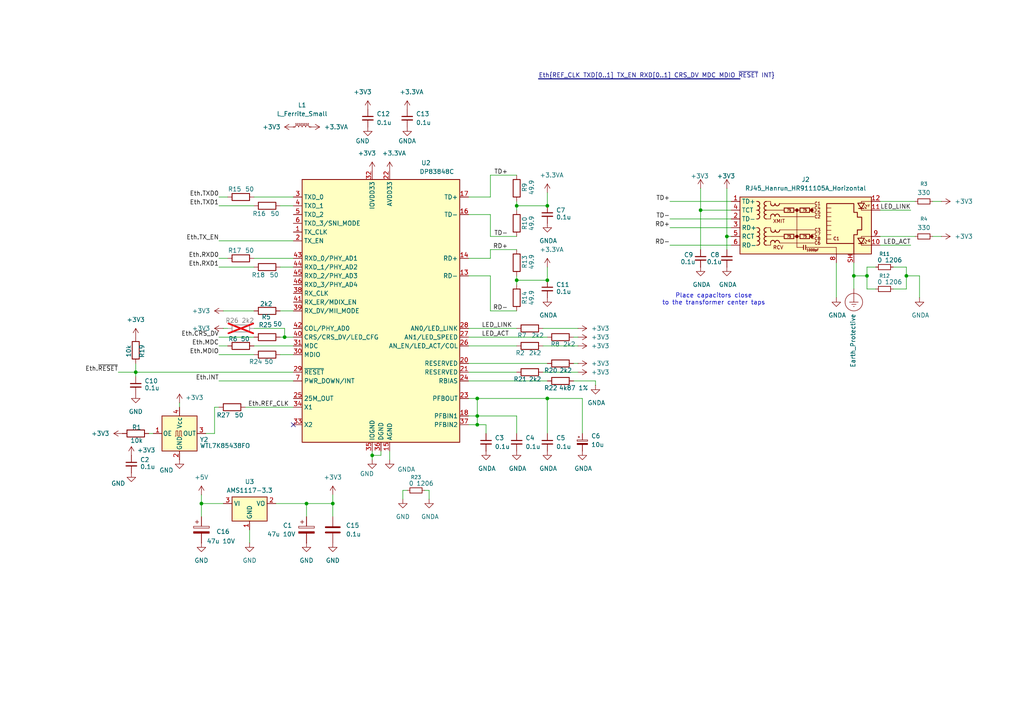
<source format=kicad_sch>
(kicad_sch (version 20250114) (generator "eeschema") (generator_version "9.0")
  (paper "A4")
  (lib_symbols
    (symbol "Connector:RJ45_Hanrun_HR911105A_Horizontal"
      (property "Reference" "J" (at 18.415 10.16 0))
      (property "Value" "RJ45_Hanrun_HR911105A_Horizontal" (at -19.05 10.16 0))
      (symbol "RJ45_Hanrun_HR911105A_Horizontal_0_0"
        (circle (center -1.27 5.08) (radius 0.0001) (stroke (width 0.508)))
        (polyline (pts (xy -1.27 5.08) (xy -1.27 -5.715)))
        (circle (center -1.27 -2.54) (radius 0.0001) (stroke (width 0.508)))
        (polyline (pts (xy 0.635 -5.08) (xy 0.635 -6.35)) (stroke (width 0.254)))
        (polyline (pts (xy 1.27 -5.08) (xy 1.27 -6.35)) (stroke (width 0.254)))
        (polyline (pts (xy 3.048 5.08) (xy 2.54 5.08)))
        (circle (center 3.048 5.08) (radius 0.0001) (stroke (width 0.508)))
        (polyline (pts (xy 3.048 -2.54) (xy 2.54 -2.54)))
        (circle (center 3.048 -2.54) (radius 0.0001) (stroke (width 0.508)))
        (polyline (pts (xy 3.683 5.715) (xy 3.048 5.715) (xy 3.048 4.445) (xy 3.683 4.445)))
        (polyline (pts (xy 3.683 -1.905) (xy 3.048 -1.905) (xy 3.048 -3.175) (xy 3.683 -3.175)))
        (polyline (pts (xy 17.399 7.112) (xy 17.399 7.62) (xy 20.32 7.62)))
        (polyline (pts (xy 17.399 -3.048) (xy 17.399 -2.54) (xy 20.32 -2.54)))
        (polyline (pts (xy 20.32 5.08) (xy 17.399 5.08) (xy 17.399 5.588)))
        (polyline (pts (xy 20.32 -5.08) (xy 17.399 -5.08) (xy 17.399 -4.572)))
        (text "XMIT" (at -8.255 1.905 0) (effects (font (size 1.016 1.016)) (justify left)))
        (text "RCV" (at -8.255 -5.715 0) (effects (font (size 1.016 1.016)) (justify left)))
        (text "C1" (at 4.699 6.985 0) (effects (font (size 0.889 0.889))))
        (text "C4" (at 4.699 5.715 0) (effects (font (size 0.889 0.889))))
        (text "C5" (at 4.699 4.445 0) (effects (font (size 0.889 0.889))))
        (text "C2" (at 4.699 3.175 0) (effects (font (size 0.889 0.889))))
        (text "C3" (at 4.699 -0.635 0) (effects (font (size 0.889 0.889))))
        (text "C7" (at 4.699 -1.905 0) (effects (font (size 0.889 0.889))))
        (text "C8" (at 4.699 -3.175 0) (effects (font (size 0.889 0.889))))
        (text "C6" (at 4.699 -4.445 0) (effects (font (size 0.889 0.889))))
        (text "C1" (at 10.16 -3.175 0) (effects (font (size 0.889 0.889))))
      )
      (symbol "RJ45_Hanrun_HR911105A_Horizontal_0_1"
        (rectangle (start -17.78 8.89) (end 20.32 -7.62) (stroke (width 0.254)) (fill (type background)))
        (polyline (pts (xy -12.7 7.62) (xy -13.081 7.62)))
        (polyline (pts (xy -12.7 5.08) (xy -13.081 5.08)))
        (polyline (pts (xy -12.7 2.54) (xy -13.081 2.54)))
        (polyline (pts (xy -12.7 0) (xy -13.081 0)))
        (polyline (pts (xy -12.7 -2.54) (xy -13.081 -2.54)))
        (polyline (pts (xy -12.7 -5.08) (xy -13.081 -5.08)))
        (polyline (pts (xy -10.16 7.62) (xy -8.89 7.62) (xy -8.89 6.985)))
        (polyline (pts (xy -10.16 0) (xy -8.89 0) (xy -8.89 -0.635)))
        (polyline (pts (xy -8.89 3.175) (xy -8.89 2.54) (xy -10.16 2.54)))
        (polyline (pts (xy -8.89 -4.445) (xy -8.89 -5.08) (xy -10.16 -5.08)))
        (polyline (pts (xy -6.35 6.985) (xy 3.683 6.985)))
        (polyline (pts (xy -6.35 3.175) (xy 3.683 3.175)))
        (polyline (pts (xy -6.35 -4.445) (xy 3.683 -4.445)))
        (polyline (pts (xy -6.223 -0.635) (xy 3.683 -0.635)))
        (polyline (pts (xy -5.08 -2.54) (xy -10.16 -2.54)))
        (polyline (pts (xy -4.953 5.08) (xy -10.16 5.08)))
        (polyline (pts (xy -2.159 5.08) (xy -0.381 5.08)))
        (polyline (pts (xy -2.159 -2.54) (xy -0.381 -2.54)))
        (polyline (pts (xy 0.635 -5.715) (xy -1.27 -5.715)))
        (polyline (pts (xy 7.366 3.175) (xy 8.636 3.175)))
        (polyline (pts (xy 7.366 1.905) (xy 8.636 1.905)))
        (polyline (pts (xy 7.366 0.635) (xy 8.636 0.635)))
        (polyline (pts (xy 7.366 -0.762) (xy 8.636 -0.762)))
        (polyline (pts (xy 7.366 -2.032) (xy 8.636 -2.032)))
        (polyline (pts (xy 8.636 5.715) (xy 7.366 5.715)))
        (polyline (pts (xy 8.636 4.445) (xy 7.366 4.445)))
        (polyline (pts (xy 8.636 -3.302) (xy 7.366 -3.302)))
        (polyline (pts (xy 10.16 -5.715) (xy 1.27 -5.715)))
        (polyline (pts (xy 10.16 -5.715) (xy 10.16 -7.62)))
      )
      (symbol "RJ45_Hanrun_HR911105A_Horizontal_1_0"
        (text "1000pF" (at 3.302 -6.477 0) (effects (font (size 0.635 0.635))))
      )
      (symbol "RJ45_Hanrun_HR911105A_Horizontal_1_1"
        (arc (start -12.7 0) (mid -12.0677 -0.635) (end -12.7 -1.27) (stroke (width 0.254)))
        (arc (start -12.6973 7.62) (mid -12.065 6.985) (end -12.6973 6.35) (stroke (width 0.254)))
        (arc (start -12.6973 -1.27) (mid -12.065 -1.905) (end -12.6973 -2.54) (stroke (width 0.254)))
        (arc (start -12.6973 -2.54) (mid -12.065 -3.175) (end -12.6973 -3.81) (stroke (width 0.254)))
        (arc (start -12.6973 -3.81) (mid -12.065 -4.445) (end -12.6973 -5.08) (stroke (width 0.254)))
        (arc (start -12.6946 6.35) (mid -12.0623 5.715) (end -12.6946 5.08) (stroke (width 0.254)))
        (arc (start -12.6946 5.08) (mid -12.0623 4.445) (end -12.6946 3.81) (stroke (width 0.254)))
        (arc (start -12.6946 3.81) (mid -12.0623 3.175) (end -12.6946 2.54) (stroke (width 0.254)))
        (arc (start -10.1654 6.35) (mid -10.7977 6.985) (end -10.1654 7.62) (stroke (width 0.254)))
        (arc (start -10.1654 5.08) (mid -10.7977 5.715) (end -10.1654 6.35) (stroke (width 0.254)))
        (arc (start -10.1654 3.81) (mid -10.7977 4.445) (end -10.1654 5.08) (stroke (width 0.254)))
        (arc (start -10.1654 -1.27) (mid -10.7977 -0.635) (end -10.1654 0) (stroke (width 0.254)))
        (arc (start -10.1654 -2.54) (mid -10.7977 -1.905) (end -10.1654 -1.27) (stroke (width 0.254)))
        (arc (start -10.1654 -3.81) (mid -10.7977 -3.175) (end -10.1654 -2.54) (stroke (width 0.254)))
        (arc (start -10.1627 2.54) (mid -10.795 3.175) (end -10.1627 3.81) (stroke (width 0.254)))
        (arc (start -10.1627 -5.08) (mid -10.795 -4.445) (end -10.1627 -3.81) (stroke (width 0.254)))
        (arc (start -7.62 6.9823) (mid -8.255 6.35) (end -8.89 6.9823) (stroke (width 0.254)))
        (arc (start -8.89 3.3047) (mid -8.255 3.937) (end -7.62 3.3047) (stroke (width 0.254)))
        (arc (start -8.89 -4.3153) (mid -8.255 -3.683) (end -7.62 -4.3153) (stroke (width 0.254)))
        (arc (start -7.5565 -0.7012) (mid -8.1915 -1.3335) (end -8.8265 -0.7012) (stroke (width 0.254)))
        (arc (start -6.35 6.985) (mid -6.985 6.3527) (end -7.62 6.985) (stroke (width 0.254)))
        (arc (start -7.62 3.3074) (mid -6.985 3.9397) (end -6.35 3.3074) (stroke (width 0.254)))
        (arc (start -7.62 -4.3126) (mid -6.985 -3.6803) (end -6.35 -4.3126) (stroke (width 0.254)))
        (arc (start -6.2865 -0.6985) (mid -6.9215 -1.3308) (end -7.5565 -0.6985) (stroke (width 0.254)))
        (rectangle (start -4.953 5.715) (end -2.159 4.445) (stroke (width 0.254)))
        (rectangle (start -4.953 -1.905) (end -2.159 -3.175) (stroke (width 0.254)))
        (rectangle (start -0.381 5.715) (end 2.413 4.445) (stroke (width 0.254)))
        (rectangle (start -0.381 -1.905) (end 2.413 -3.175) (stroke (width 0.254)))
        (polyline (pts (xy 7.366 -4.572) (xy 7.366 6.985) (xy 15.24 6.985) (xy 15.24 4.445) (xy 16.256 4.445) (xy 16.256 3.048) (xy 17.526 3.048) (xy 17.526 -0.635) (xy 16.256 -0.635) (xy 16.256 -2.032) (xy 15.24 -2.032) (xy 15.24 -4.572) (xy 7.366 -4.572)) (stroke (width 0.254)))
        (polyline (pts (xy 15.24 -7.62) (xy 15.24 -4.572)) (stroke (width 0.254)))
        (polyline (pts (xy 18.161 5.588) (xy 16.637 5.588)) (stroke (width 0.254)))
        (polyline (pts (xy 18.161 -4.572) (xy 16.637 -4.572)) (stroke (width 0.254)))
        (polyline (pts (xy 18.288 7.112) (xy 16.383 7.112) (xy 17.399 5.588) (xy 18.288 7.112)) (stroke (width 0.254)))
        (polyline (pts (xy 18.288 6.096) (xy 18.796 5.588) (xy 18.542 5.588)))
        (polyline (pts (xy 18.288 -3.048) (xy 16.383 -3.048) (xy 17.399 -4.572) (xy 18.288 -3.048)) (stroke (width 0.254)))
        (polyline (pts (xy 18.288 -4.064) (xy 18.796 -4.572) (xy 18.542 -4.572)))
        (polyline (pts (xy 18.542 6.731) (xy 19.05 6.223) (xy 18.796 6.223)))
        (polyline (pts (xy 18.542 -3.429) (xy 19.05 -3.937) (xy 18.796 -3.937)))
        (polyline (pts (xy 18.796 5.588) (xy 18.796 5.842)))
        (polyline (pts (xy 18.796 -4.572) (xy 18.796 -4.318)))
        (polyline (pts (xy 19.05 6.223) (xy 19.05 6.477)))
        (polyline (pts (xy 19.05 -3.937) (xy 19.05 -3.683)))
        (text "75" (at -3.556 5.08 0) (effects (font (size 0.635 0.635))))
        (text "75" (at -3.556 -2.54 0) (effects (font (size 0.635 0.635))))
        (text "75" (at 1.016 5.08 0) (effects (font (size 0.635 0.635))))
        (text "75" (at 1.016 -2.54 0) (effects (font (size 0.635 0.635))))
        (text "Y" (at 19.558 6.35 0) (effects (font (size 0.635 0.635))))
        (text "G" (at 19.685 -3.81 0) (effects (font (size 0.635 0.635))))
        (pin passive line (at -20.32 7.62 0) (length 2.54) (name "TD+") (number "1"))
        (pin passive line (at -20.32 5.08 0) (length 2.54) (name "TCT") (number "4"))
        (pin passive line (at -20.32 2.54 0) (length 2.54) (name "TD-") (number "2"))
        (pin passive line (at -20.32 0 0) (length 2.54) (name "RD+") (number "3"))
        (pin passive line (at -20.32 -2.54 0) (length 2.54) (name "RCT") (number "5"))
        (pin passive line (at -20.32 -5.08 0) (length 2.54) (name "RD-") (number "6"))
        (pin power_in line (at 10.16 -10.16 90) (length 2.54) (name "") (number "8"))
        (pin passive line (at 15.24 -10.16 90) (length 2.54) (name "") (number "SH"))
        (pin no_connect line (at 20.32 0 0) (length 0) (hide yes) (name "NC") (number "7"))
        (pin passive line (at 22.86 7.62 180) (length 2.54) (name "") (number "12"))
        (pin passive line (at 22.86 5.08 180) (length 2.54) (name "") (number "11"))
        (pin passive line (at 22.86 -2.54 180) (length 2.54) (name "") (number "9"))
        (pin passive line (at 22.86 -5.08 180) (length 2.54) (name "") (number "10"))
      )
    )
    (symbol "Device:C" (pin_numbers (hide yes)) (pin_names (offset 0.254))
      (property "Reference" "C" (at 0.635 2.54 0))
      (property "Value" "C" (at 0.635 -2.54 0))
      (symbol "C_0_1"
        (polyline (pts (xy -2.032 0.762) (xy 2.032 0.762)) (stroke (width 0.508)))
        (polyline (pts (xy -2.032 -0.762) (xy 2.032 -0.762)) (stroke (width 0.508)))
      )
      (symbol "C_1_1"
        (pin passive line (at 0 3.81 270) (length 2.794) (name "~") (number "1"))
        (pin passive line (at 0 -3.81 90) (length 2.794) (name "~") (number "2"))
      )
    )
    (symbol "Device:C_Polarized" (pin_numbers (hide yes)) (pin_names (offset 0.254))
      (property "Reference" "C" (at 0.635 2.54 0))
      (property "Value" "C_Polarized" (at 0.635 -2.54 0))
      (symbol "C_Polarized_0_1"
        (rectangle (start -2.286 0.508) (end 2.286 1.016))
        (polyline (pts (xy -1.778 2.286) (xy -0.762 2.286)))
        (polyline (pts (xy -1.27 2.794) (xy -1.27 1.778)))
        (rectangle (start 2.286 -0.508) (end -2.286 -1.016) (fill (type outline)))
      )
      (symbol "C_Polarized_1_1"
        (pin passive line (at 0 3.81 270) (length 2.794) (name "~") (number "1"))
        (pin passive line (at 0 -3.81 90) (length 2.794) (name "~") (number "2"))
      )
    )
    (symbol "Device:C_Polarized_Small" (pin_numbers (hide yes)) (pin_names (offset 0.254) (hide yes))
      (property "Reference" "C" (at 0.254 1.778 0))
      (property "Value" "C_Polarized_Small" (at 0.254 -2.032 0))
      (symbol "C_Polarized_Small_0_1"
        (rectangle (start -1.524 0.6858) (end 1.524 0.3048))
        (rectangle (start -1.524 -0.3048) (end 1.524 -0.6858) (fill (type outline)))
        (polyline (pts (xy -1.27 1.524) (xy -0.762 1.524)))
        (polyline (pts (xy -1.016 1.27) (xy -1.016 1.778)))
      )
      (symbol "C_Polarized_Small_1_1"
        (pin passive line (at 0 2.54 270) (length 1.8542) (name "~") (number "1"))
        (pin passive line (at 0 -2.54 90) (length 1.8542) (name "~") (number "2"))
      )
    )
    (symbol "Device:C_Small" (pin_numbers (hide yes)) (pin_names (offset 0.254) (hide yes))
      (property "Reference" "C" (at 0.254 1.778 0))
      (property "Value" "C_Small" (at 0.254 -2.032 0))
      (symbol "C_Small_0_1"
        (polyline (pts (xy -1.524 0.508) (xy 1.524 0.508)) (stroke (width 0.3048)))
        (polyline (pts (xy -1.524 -0.508) (xy 1.524 -0.508)) (stroke (width 0.3302)))
      )
      (symbol "C_Small_1_1"
        (pin passive line (at 0 2.54 270) (length 2.032) (name "~") (number "1"))
        (pin passive line (at 0 -2.54 90) (length 2.032) (name "~") (number "2"))
      )
    )
    (symbol "Device:L_Ferrite_Small" (pin_numbers (hide yes)) (pin_names (offset 0.254) (hide yes))
      (property "Reference" "L" (at 1.27 1.016 0))
      (property "Value" "L_Ferrite_Small" (at 1.27 -1.27 0))
      (symbol "L_Ferrite_Small_0_1"
        (arc (start 0 2.032) (mid 0.5058 1.524) (end 0 1.016))
        (arc (start 0 1.016) (mid 0.5058 0.508) (end 0 0))
        (arc (start 0 0) (mid 0.5058 -0.508) (end 0 -1.016))
        (arc (start 0 -1.016) (mid 0.5058 -1.524) (end 0 -2.032))
        (polyline (pts (xy 0.762 1.651) (xy 0.762 1.905)))
        (polyline (pts (xy 0.762 1.143) (xy 0.762 1.397)))
        (polyline (pts (xy 0.762 0.635) (xy 0.762 0.889)))
        (polyline (pts (xy 0.762 0.127) (xy 0.762 0.381)))
        (polyline (pts (xy 0.762 -0.381) (xy 0.762 -0.127)))
        (polyline (pts (xy 0.762 -0.889) (xy 0.762 -0.635)))
        (polyline (pts (xy 0.762 -1.397) (xy 0.762 -1.143)))
        (polyline (pts (xy 0.762 -1.905) (xy 0.762 -1.651)))
        (polyline (pts (xy 1.016 1.905) (xy 1.016 1.651)))
        (polyline (pts (xy 1.016 1.397) (xy 1.016 1.143)))
        (polyline (pts (xy 1.016 0.889) (xy 1.016 0.635)))
        (polyline (pts (xy 1.016 0.381) (xy 1.016 0.127)))
        (polyline (pts (xy 1.016 -0.127) (xy 1.016 -0.381)))
        (polyline (pts (xy 1.016 -0.635) (xy 1.016 -0.889)))
        (polyline (pts (xy 1.016 -1.143) (xy 1.016 -1.397)))
        (polyline (pts (xy 1.016 -1.651) (xy 1.016 -1.905)))
      )
      (symbol "L_Ferrite_Small_1_1"
        (pin passive line (at 0 2.54 270) (length 0.508) (name "~") (number "1"))
        (pin passive line (at 0 -2.54 90) (length 0.508) (name "~") (number "2"))
      )
    )
    (symbol "Device:R" (pin_numbers (hide yes)) (pin_names (offset 0))
      (property "Reference" "R" (at 2.032 0 90))
      (property "Value" "R" (at 0 0 90))
      (symbol "R_0_1"
        (rectangle (start -1.016 -2.54) (end 1.016 2.54) (stroke (width 0.254)))
      )
      (symbol "R_1_1"
        (pin passive line (at 0 3.81 270) (length 1.27) (name "~") (number "1"))
        (pin passive line (at 0 -3.81 90) (length 1.27) (name "~") (number "2"))
      )
    )
    (symbol "Device:R_Small" (pin_numbers (hide yes)) (pin_names (offset 0.254) (hide yes))
      (property "Reference" "R" (at 0 0 90))
      (property "Value" "R_Small" (at 1.778 0 90))
      (symbol "R_Small_0_1"
        (rectangle (start -0.762 1.778) (end 0.762 -1.778) (stroke (width 0.2032)))
      )
      (symbol "R_Small_1_1"
        (pin passive line (at 0 2.54 270) (length 0.762) (name "~") (number "1"))
        (pin passive line (at 0 -2.54 90) (length 0.762) (name "~") (number "2"))
      )
    )
    (symbol "Interface_Ethernet:DP83848C"
      (property "Reference" "U" (at -21.59 39.37 0))
      (property "Value" "DP83848C" (at 12.7 39.37 0))
      (symbol "DP83848C_0_1"
        (rectangle (start -22.86 38.1) (end 22.86 -38.1) (stroke (width 0.254)) (fill (type background)))
      )
      (symbol "DP83848C_1_1"
        (pin input line (at -25.4 33.02 0) (length 2.54) (name "TXD_0") (number "3"))
        (pin input line (at -25.4 30.48 0) (length 2.54) (name "TXD_1") (number "4"))
        (pin input line (at -25.4 27.94 0) (length 2.54) (name "TXD_2") (number "5"))
        (pin input line (at -25.4 25.4 0) (length 2.54) (name "TXD_3/SNI_MODE") (number "6"))
        (pin output line (at -25.4 22.86 0) (length 2.54) (name "TX_CLK") (number "1"))
        (pin input line (at -25.4 20.32 0) (length 2.54) (name "TX_EN") (number "2"))
        (pin output line (at -25.4 15.24 0) (length 2.54) (name "RXD_0/PHY_AD1") (number "43"))
        (pin output line (at -25.4 12.7 0) (length 2.54) (name "RXD_1/PHY_AD2") (number "44"))
        (pin output line (at -25.4 10.16 0) (length 2.54) (name "RXD_2/PHY_AD3") (number "45"))
        (pin output line (at -25.4 7.62 0) (length 2.54) (name "RXD_3/PHY_AD4") (number "46"))
        (pin output line (at -25.4 5.08 0) (length 2.54) (name "RX_CLK") (number "38"))
        (pin output line (at -25.4 2.54 0) (length 2.54) (name "RX_ER/MDIX_EN") (number "41"))
        (pin output line (at -25.4 0 0) (length 2.54) (name "RX_DV/MII_MODE") (number "39"))
        (pin output line (at -25.4 -5.08 0) (length 2.54) (name "COL/PHY_AD0") (number "42"))
        (pin output line (at -25.4 -7.62 0) (length 2.54) (name "CRS/CRS_DV/LED_CFG") (number "40"))
        (pin input line (at -25.4 -10.16 0) (length 2.54) (name "MDC") (number "31"))
        (pin bidirectional line (at -25.4 -12.7 0) (length 2.54) (name "MDIO") (number "30"))
        (pin input line (at -25.4 -17.78 0) (length 2.54) (name "~{RESET}") (number "29"))
        (pin input line (at -25.4 -20.32 0) (length 2.54) (name "PWR_DOWN/INT") (number "7"))
        (pin output line (at -25.4 -25.4 0) (length 2.54) (name "25M_OUT") (number "25"))
        (pin input line (at -25.4 -27.94 0) (length 2.54) (name "X1") (number "34"))
        (pin output line (at -25.4 -33.02 0) (length 2.54) (name "X2") (number "33"))
        (pin power_in line (at -2.54 40.64 270) (length 2.54) (name "IOVDD33") (number "32"))
        (pin passive line (at -2.54 40.64 270) (length 2.54) (hide yes) (name "IOVDD33") (number "48"))
        (pin power_in line (at -2.54 -40.64 90) (length 2.54) (name "IOGND") (number "35"))
        (pin passive line (at -2.54 -40.64 90) (length 2.54) (hide yes) (name "IOGND") (number "47"))
        (pin power_in line (at 0 -40.64 90) (length 2.54) (name "DGND") (number "36"))
        (pin power_in line (at 2.54 40.64 270) (length 2.54) (name "AVDD33") (number "22"))
        (pin power_in line (at 2.54 -40.64 90) (length 2.54) (name "AGND") (number "15"))
        (pin passive line (at 2.54 -40.64 90) (length 2.54) (hide yes) (name "AGND") (number "19"))
        (pin passive line (at 25.4 33.02 180) (length 2.54) (name "TD+") (number "17"))
        (pin passive line (at 25.4 27.94 180) (length 2.54) (name "TD-") (number "16"))
        (pin passive line (at 25.4 15.24 180) (length 2.54) (name "RD+") (number "14"))
        (pin passive line (at 25.4 10.16 180) (length 2.54) (name "RD-") (number "13"))
        (pin output line (at 25.4 -5.08 180) (length 2.54) (name "AN0/LED_LINK") (number "28"))
        (pin output line (at 25.4 -7.62 180) (length 2.54) (name "AN1/LED_SPEED") (number "27"))
        (pin output line (at 25.4 -10.16 180) (length 2.54) (name "AN_EN/LED_ACT/COL") (number "26"))
        (pin passive line (at 25.4 -15.24 180) (length 2.54) (name "RESERVED") (number "20"))
        (pin passive line (at 25.4 -17.78 180) (length 2.54) (name "RESERVED") (number "21"))
        (pin passive line (at 25.4 -20.32 180) (length 2.54) (name "RBIAS") (number "24"))
        (pin passive line (at 25.4 -25.4 180) (length 2.54) (name "PFBOUT") (number "23"))
        (pin passive line (at 25.4 -30.48 180) (length 2.54) (name "PFBIN1") (number "18"))
        (pin passive line (at 25.4 -33.02 180) (length 2.54) (name "PFBIN2") (number "37"))
      )
    )
    (symbol "Oscillator:SG-7050CCN" (pin_names (offset 0.254))
      (property "Reference" "Y" (at -5.08 6.35 0))
      (property "Value" "SG-7050CCN" (at 1.27 -6.35 0))
      (symbol "SG-7050CCN_0_1"
        (rectangle (start -5.08 5.08) (end 5.08 -5.08) (stroke (width 0.254)) (fill (type background)))
        (polyline (pts (xy -1.27 -0.762) (xy -1.016 -0.762) (xy -1.016 0.762) (xy -0.508 0.762) (xy -0.508 -0.762) (xy 0 -0.762) (xy 0 0.762) (xy 0.508 0.762) (xy 0.508 -0.762) (xy 0.762 -0.762)))
      )
      (symbol "SG-7050CCN_1_1"
        (pin input line (at -7.62 0 0) (length 2.54) (name "OE") (number "1"))
        (pin power_in line (at 0 7.62 270) (length 2.54) (name "Vcc") (number "4"))
        (pin power_in line (at 0 -7.62 90) (length 2.54) (name "GND") (number "2"))
        (pin output line (at 7.62 0 180) (length 2.54) (name "OUT") (number "3"))
      )
    )
    (symbol "Regulator_Linear:AMS1117-3.3"
      (property "Reference" "U" (at -3.81 3.175 0))
      (property "Value" "AMS1117-3.3" (at 0 3.175 0))
      (symbol "AMS1117-3.3_0_1"
        (rectangle (start -5.08 -5.08) (end 5.08 1.905) (stroke (width 0.254)) (fill (type background)))
      )
      (symbol "AMS1117-3.3_1_1"
        (pin power_in line (at -7.62 0 0) (length 2.54) (name "VI") (number "3"))
        (pin power_in line (at 0 -7.62 90) (length 2.54) (name "GND") (number "1"))
        (pin power_out line (at 7.62 0 180) (length 2.54) (name "VO") (number "2"))
      )
    )
    (symbol "power:+3.3VA" (power) (pin_numbers (hide yes)) (pin_names (offset 0) (hide yes))
      (property "Value" "+3.3VA" (at 0 3.556 0))
      (symbol "+3.3VA_0_1"
        (polyline (pts (xy -0.762 1.27) (xy 0 2.54)))
        (polyline (pts (xy 0 2.54) (xy 0.762 1.27)))
        (polyline (pts (xy 0 0) (xy 0 2.54)))
      )
      (symbol "+3.3VA_1_1"
        (pin power_in line (at 0 0 90) (length 0) (name "~") (number "1"))
      )
    )
    (symbol "power:+3V3" (power) (pin_numbers (hide yes)) (pin_names (offset 0) (hide yes))
      (property "Value" "+3V3" (at 0 3.556 0))
      (symbol "+3V3_0_1"
        (polyline (pts (xy -0.762 1.27) (xy 0 2.54)))
        (polyline (pts (xy 0 2.54) (xy 0.762 1.27)))
        (polyline (pts (xy 0 0) (xy 0 2.54)))
      )
      (symbol "+3V3_1_1"
        (pin power_in line (at 0 0 90) (length 0) (name "~") (number "1"))
      )
    )
    (symbol "power:+5V" (power) (pin_numbers (hide yes)) (pin_names (offset 0) (hide yes))
      (property "Value" "+5V" (at 0 3.556 0))
      (symbol "+5V_0_1"
        (polyline (pts (xy -0.762 1.27) (xy 0 2.54)))
        (polyline (pts (xy 0 2.54) (xy 0.762 1.27)))
        (polyline (pts (xy 0 0) (xy 0 2.54)))
      )
      (symbol "+5V_1_1"
        (pin power_in line (at 0 0 90) (length 0) (name "~") (number "1"))
      )
    )
    (symbol "power:Earth_Protective" (power) (pin_numbers (hide yes)) (pin_names (offset 0) (hide yes))
      (property "Value" "Earth_Protective" (at 0 -7.62 0))
      (symbol "Earth_Protective_0_1"
        (polyline (pts (xy -0.635 -4.445) (xy 0.635 -4.445)))
        (polyline (pts (xy -0.127 -5.08) (xy 0.127 -5.08)))
        (polyline (pts (xy 0 -3.81) (xy 0 0)))
        (circle (center 0 -3.81) (radius 2.54))
        (polyline (pts (xy 1.27 -3.81) (xy -1.27 -3.81)))
      )
      (symbol "Earth_Protective_1_1"
        (pin power_in line (at 0 0 270) (length 0) (name "~") (number "1"))
      )
    )
    (symbol "power:GND" (power) (pin_numbers (hide yes)) (pin_names (offset 0) (hide yes))
      (property "Value" "GND" (at 0 -3.81 0))
      (symbol "GND_0_1"
        (polyline (pts (xy 0 0) (xy 0 -1.27) (xy 1.27 -1.27) (xy 0 -2.54) (xy -1.27 -1.27) (xy 0 -1.27)))
      )
      (symbol "GND_1_1"
        (pin power_in line (at 0 0 270) (length 0) (name "~") (number "1"))
      )
    )
    (symbol "power:GNDA" (power) (pin_numbers (hide yes)) (pin_names (offset 0) (hide yes))
      (property "Value" "GNDA" (at 0 -3.81 0))
      (symbol "GNDA_0_1"
        (polyline (pts (xy 0 0) (xy 0 -1.27) (xy 1.27 -1.27) (xy 0 -2.54) (xy -1.27 -1.27) (xy 0 -1.27)))
      )
      (symbol "GNDA_1_1"
        (pin power_in line (at 0 0 270) (length 0) (name "~") (number "1"))
      )
    )
  )
  (text "Place capacitors close\nto the transformer center taps" (at 207.01 86.868 0) (effects (font (size 1.27 1.27))))
  (junction (at 262.89 80.01))
  (junction (at 158.75 81.28))
  (junction (at 138.43 120.65))
  (junction (at 158.75 59.69))
  (junction (at 96.52 146.05))
  (junction (at 149.86 59.69))
  (junction (at 247.65 80.01))
  (junction (at 138.43 115.57))
  (junction (at 82.55 97.79))
  (junction (at 107.95 132.08))
  (junction (at 88.9 146.05))
  (junction (at 158.75 115.57))
  (junction (at 203.2 60.96))
  (junction (at 39.37 107.95))
  (junction (at 149.86 81.28))
  (junction (at 58.42 146.05))
  (junction (at 138.43 123.19))
  (junction (at 251.46 80.01))
  (junction (at 210.82 68.58))
  (no_connect (at 85.09 123.19))
  (wire (pts (xy 63.5 59.69) (xy 73.66 59.69)))
  (bus (pts (xy 156.21 22.86) (xy 214.63 22.86)))
  (wire (pts (xy 157.48 107.95) (xy 167.64 107.95)))
  (wire (pts (xy 63.5 77.47) (xy 73.66 77.47)))
  (wire (pts (xy 71.12 118.11) (xy 85.09 118.11)))
  (wire (pts (xy 194.31 66.04) (xy 212.09 66.04)))
  (wire (pts (xy 116.84 142.24) (xy 118.11 142.24)))
  (wire (pts (xy 270.51 68.58) (xy 273.05 68.58)))
  (wire (pts (xy 167.64 100.33) (xy 157.48 100.33)))
  (wire (pts (xy 266.7 80.01) (xy 266.7 86.36)))
  (wire (pts (xy 88.9 146.05) (xy 96.52 146.05)))
  (wire (pts (xy 73.66 90.17) (xy 64.77 90.17)))
  (wire (pts (xy 251.46 83.82) (xy 251.46 80.01)))
  (wire (pts (xy 194.31 71.12) (xy 212.09 71.12)))
  (wire (pts (xy 142.24 90.17) (xy 149.86 90.17)))
  (wire (pts (xy 73.66 57.15) (xy 85.09 57.15)))
  (wire (pts (xy 138.43 115.57) (xy 138.43 120.65)))
  (wire (pts (xy 166.37 110.49) (xy 172.72 110.49)))
  (wire (pts (xy 262.89 80.01) (xy 266.7 80.01)))
  (wire (pts (xy 259.08 83.82) (xy 262.89 83.82)))
  (wire (pts (xy 135.89 95.25) (xy 149.86 95.25)))
  (wire (pts (xy 63.5 97.79) (xy 73.66 97.79)))
  (wire (pts (xy 135.89 107.95) (xy 149.86 107.95)))
  (wire (pts (xy 149.86 120.65) (xy 138.43 120.65)))
  (wire (pts (xy 138.43 120.65) (xy 138.43 123.19)))
  (wire (pts (xy 247.65 76.2) (xy 247.65 80.01)))
  (wire (pts (xy 113.03 133.35) (xy 113.03 130.81)))
  (wire (pts (xy 96.52 143.51) (xy 96.52 146.05)))
  (wire (pts (xy 168.91 125.73) (xy 168.91 115.57)))
  (wire (pts (xy 167.64 97.79) (xy 166.37 97.79)))
  (wire (pts (xy 203.2 54.61) (xy 203.2 60.96)))
  (wire (pts (xy 80.01 146.05) (xy 88.9 146.05)))
  (wire (pts (xy 149.86 80.01) (xy 149.86 81.28)))
  (wire (pts (xy 58.42 146.05) (xy 64.77 146.05)))
  (wire (pts (xy 72.39 153.67) (xy 72.39 157.48)))
  (wire (pts (xy 158.75 77.47) (xy 158.75 81.28)))
  (wire (pts (xy 172.72 110.49) (xy 172.72 111.76)))
  (wire (pts (xy 210.82 54.61) (xy 210.82 68.58)))
  (wire (pts (xy 166.37 105.41) (xy 167.64 105.41)))
  (wire (pts (xy 88.9 149.86) (xy 88.9 146.05)))
  (wire (pts (xy 107.95 132.08) (xy 110.49 132.08)))
  (wire (pts (xy 81.28 77.47) (xy 85.09 77.47)))
  (wire (pts (xy 135.89 97.79) (xy 158.75 97.79)))
  (wire (pts (xy 34.29 107.95) (xy 39.37 107.95)))
  (wire (pts (xy 39.37 107.95) (xy 85.09 107.95)))
  (wire (pts (xy 96.52 146.05) (xy 96.52 149.86)))
  (wire (pts (xy 270.51 58.42) (xy 273.05 58.42)))
  (wire (pts (xy 62.23 118.11) (xy 62.23 125.73)))
  (wire (pts (xy 142.24 68.58) (xy 149.86 68.58)))
  (wire (pts (xy 247.65 80.01) (xy 251.46 80.01)))
  (wire (pts (xy 262.89 77.47) (xy 262.89 80.01)))
  (wire (pts (xy 135.89 105.41) (xy 158.75 105.41)))
  (wire (pts (xy 254 83.82) (xy 251.46 83.82)))
  (wire (pts (xy 58.42 146.05) (xy 58.42 149.86)))
  (wire (pts (xy 63.5 69.85) (xy 85.09 69.85)))
  (wire (pts (xy 140.97 125.73) (xy 140.97 123.19)))
  (wire (pts (xy 124.46 144.78) (xy 124.46 142.24)))
  (wire (pts (xy 255.27 68.58) (xy 265.43 68.58)))
  (wire (pts (xy 52.07 118.11) (xy 52.07 116.84)))
  (wire (pts (xy 251.46 77.47) (xy 254 77.47)))
  (wire (pts (xy 264.16 60.96) (xy 255.27 60.96)))
  (wire (pts (xy 82.55 97.79) (xy 85.09 97.79)))
  (wire (pts (xy 39.37 105.41) (xy 39.37 107.95)))
  (wire (pts (xy 135.89 100.33) (xy 149.86 100.33)))
  (wire (pts (xy 158.75 81.28) (xy 149.86 81.28)))
  (wire (pts (xy 212.09 60.96) (xy 203.2 60.96)))
  (wire (pts (xy 142.24 57.15) (xy 135.89 57.15)))
  (wire (pts (xy 59.69 125.73) (xy 62.23 125.73)))
  (wire (pts (xy 167.64 95.25) (xy 157.48 95.25)))
  (wire (pts (xy 135.89 120.65) (xy 138.43 120.65)))
  (wire (pts (xy 158.75 115.57) (xy 168.91 115.57)))
  (wire (pts (xy 107.95 132.08) (xy 107.95 130.81)))
  (wire (pts (xy 149.86 58.42) (xy 149.86 59.69)))
  (wire (pts (xy 81.28 97.79) (xy 82.55 97.79)))
  (wire (pts (xy 203.2 60.96) (xy 203.2 72.39)))
  (wire (pts (xy 81.28 90.17) (xy 85.09 90.17)))
  (wire (pts (xy 142.24 80.01) (xy 135.89 80.01)))
  (wire (pts (xy 63.5 100.33) (xy 66.04 100.33)))
  (wire (pts (xy 158.75 125.73) (xy 158.75 115.57)))
  (wire (pts (xy 262.89 83.82) (xy 262.89 80.01)))
  (wire (pts (xy 158.75 115.57) (xy 138.43 115.57)))
  (wire (pts (xy 142.24 72.39) (xy 149.86 72.39)))
  (wire (pts (xy 142.24 72.39) (xy 142.24 74.93)))
  (wire (pts (xy 39.37 109.22) (xy 39.37 107.95)))
  (wire (pts (xy 210.82 72.39) (xy 210.82 68.58)))
  (wire (pts (xy 63.5 57.15) (xy 66.04 57.15)))
  (wire (pts (xy 158.75 55.88) (xy 158.75 59.69)))
  (wire (pts (xy 73.66 95.25) (xy 82.55 95.25)))
  (wire (pts (xy 81.28 102.87) (xy 85.09 102.87)))
  (wire (pts (xy 73.66 100.33) (xy 85.09 100.33)))
  (wire (pts (xy 62.23 118.11) (xy 63.5 118.11)))
  (wire (pts (xy 107.95 133.35) (xy 107.95 132.08)))
  (wire (pts (xy 116.84 144.78) (xy 116.84 142.24)))
  (wire (pts (xy 142.24 50.8) (xy 149.86 50.8)))
  (wire (pts (xy 149.86 59.69) (xy 149.86 60.96)))
  (wire (pts (xy 63.5 102.87) (xy 73.66 102.87)))
  (wire (pts (xy 124.46 142.24) (xy 123.19 142.24)))
  (wire (pts (xy 63.5 110.49) (xy 85.09 110.49)))
  (wire (pts (xy 264.16 71.12) (xy 255.27 71.12)))
  (wire (pts (xy 140.97 123.19) (xy 138.43 123.19)))
  (wire (pts (xy 210.82 68.58) (xy 212.09 68.58)))
  (wire (pts (xy 142.24 50.8) (xy 142.24 57.15)))
  (wire (pts (xy 255.27 58.42) (xy 265.43 58.42)))
  (wire (pts (xy 135.89 110.49) (xy 158.75 110.49)))
  (wire (pts (xy 82.55 95.25) (xy 82.55 97.79)))
  (wire (pts (xy 73.66 74.93) (xy 85.09 74.93)))
  (wire (pts (xy 242.57 76.2) (xy 242.57 86.36)))
  (wire (pts (xy 247.65 80.01) (xy 247.65 83.82)))
  (wire (pts (xy 194.31 63.5) (xy 212.09 63.5)))
  (wire (pts (xy 138.43 123.19) (xy 135.89 123.19)))
  (wire (pts (xy 158.75 59.69) (xy 149.86 59.69)))
  (wire (pts (xy 110.49 130.81) (xy 110.49 132.08)))
  (wire (pts (xy 149.86 125.73) (xy 149.86 120.65)))
  (wire (pts (xy 142.24 80.01) (xy 142.24 90.17)))
  (wire (pts (xy 259.08 77.47) (xy 262.89 77.47)))
  (wire (pts (xy 66.04 95.25) (xy 64.77 95.25)))
  (wire (pts (xy 194.31 58.42) (xy 212.09 58.42)))
  (wire (pts (xy 43.18 125.73) (xy 44.45 125.73)))
  (wire (pts (xy 251.46 77.47) (xy 251.46 80.01)))
  (wire (pts (xy 135.89 115.57) (xy 138.43 115.57)))
  (wire (pts (xy 142.24 68.58) (xy 142.24 62.23)))
  (wire (pts (xy 63.5 74.93) (xy 66.04 74.93)))
  (wire (pts (xy 58.42 143.51) (xy 58.42 146.05)))
  (wire (pts (xy 142.24 62.23) (xy 135.89 62.23)))
  (wire (pts (xy 142.24 74.93) (xy 135.89 74.93)))
  (wire (pts (xy 149.86 81.28) (xy 149.86 82.55)))
  (wire (pts (xy 81.28 59.69) (xy 85.09 59.69)))
  (label "LED_LINK" (at 139.7 95.25 0))
  (label "TD+" (at 147.32 50.8 180))
  (label "RD-" (at 194.31 71.12 180))
  (label "TD-" (at 194.31 63.5 180))
  (label "Eth{REF_CLK TXD[0..1] TX_EN RXD[0..1] CRS_DV MDC MDIO ~{RESET} INT}" (at 156.21 22.86 0))
  (label "RD+" (at 147.32 72.39 180))
  (label "Eth.RXD0" (at 63.5 74.93 180))
  (label "Eth.TX_EN" (at 63.5 69.85 180))
  (label "Eth.TXD0" (at 63.5 57.15 180))
  (label "Eth.INT" (at 63.5 110.49 180))
  (label "Eth.MDC" (at 63.5 100.33 180))
  (label "Eth.~{RESET}" (at 34.29 107.95 180))
  (label "Eth.REF_CLK" (at 83.82 118.11 180))
  (label "LED_LINK" (at 264.16 60.96 180))
  (label "TD+" (at 194.31 58.42 180))
  (label "TD-" (at 147.32 68.58 180))
  (label "LED_ACT" (at 139.7 97.79 0))
  (label "RD-" (at 147.32 90.17 180))
  (label "Eth.MDIO" (at 63.5 102.87 180))
  (label "Eth.CRS_DV" (at 63.5 97.79 180))
  (label "Eth.RXD1" (at 63.5 77.47 180))
  (label "RD+" (at 194.31 66.04 180))
  (label "Eth.TXD1" (at 63.5 59.69 180))
  (label "LED_ACT" (at 264.16 71.12 180))
  (symbol (lib_id "power:GNDA") (at 158.75 86.36 0) (unit 1)
    (property "Reference" "#PWR024" (effects (hide yes)))
    (property "Value" "GNDA" (at 159.004 91.44 0))
    (property "Description" "Power symbol creates a global label with name \"GNDA\" , analog ground" (effects (hide yes)))
  )
  (symbol (lib_id "power:+3V3") (at 52.07 116.84 0) (unit 1)
    (property "Reference" "#PWR050" (effects (hide yes)))
    (property "Value" "+3V3" (at 56.388 115.316 0))
    (property "Description" "Power symbol creates a global label with name \"+3V3\"" (effects (hide yes)))
  )
  (symbol (lib_id "Device:R_Small") (at 256.54 77.47 90) (unit 1)
    (property "Reference" "R11" (at 256.54 73.66 90) (effects (font (size 1.016 1.016))))
    (property "Value" "0 1206" (at 258.064 75.438 90))
    (property "Description" "Resistor, small symbol" (effects (hide yes)))
  )
  (symbol (lib_id "Device:R") (at 149.86 54.61 180) (unit 1)
    (property "Reference" "R9" (at 152.146 54.356 90))
    (property "Value" "49.9" (at 154.178 54.356 90))
    (property "Description" "Resistor" (effects (hide yes)))
  )
  (symbol (lib_id "power:+5V") (at 58.42 143.51 0) (unit 1)
    (property "Reference" "#PWR042" (effects (hide yes)))
    (property "Value" "+5V" (at 58.42 138.43 0))
    (property "Description" "Power symbol creates a global label with name \"+5V\"" (effects (hide yes)))
  )
  (symbol (lib_id "power:GND") (at 106.68 36.83 0) (unit 1)
    (property "Reference" "#PWR039" (effects (hide yes)))
    (property "Value" "GND" (at 105.156 40.894 0))
    (property "Description" "Power symbol creates a global label with name \"GND\" , ground" (effects (hide yes)))
  )
  (symbol (lib_id "Device:R") (at 67.31 118.11 270) (unit 1)
    (property "Reference" "R27" (at 64.77 120.396 90))
    (property "Value" "50" (at 69.342 120.396 90))
    (property "Description" "Resistor" (effects (hide yes)))
  )
  (symbol (lib_id "power:GNDA") (at 118.11 36.83 0) (unit 1)
    (property "Reference" "#PWR041" (effects (hide yes)))
    (property "Value" "GNDA" (at 118.11 40.894 0))
    (property "Description" "Power symbol creates a global label with name \"GNDA\" , analog ground" (effects (hide yes)))
  )
  (symbol (lib_id "power:+3.3VA") (at 158.75 77.47 0) (unit 1)
    (property "Reference" "#PWR023" (effects (hide yes)))
    (property "Value" "+3.3VA" (at 160.02 72.39 0))
    (property "Description" "Power symbol creates a global label with name \"+3.3VA\"" (effects (hide yes)))
  )
  (symbol (lib_id "power:+3.3VA") (at 158.75 55.88 0) (unit 1)
    (property "Reference" "#PWR014" (effects (hide yes)))
    (property "Value" "+3.3VA" (at 160.02 50.8 0))
    (property "Description" "Power symbol creates a global label with name \"+3.3VA\"" (effects (hide yes)))
  )
  (symbol (lib_id "power:GND") (at 52.07 133.35 0) (unit 1)
    (property "Reference" "#PWR049" (effects (hide yes)))
    (property "Value" "GND" (at 48.26 136.398 0))
    (property "Description" "Power symbol creates a global label with name \"GND\" , ground" (effects (hide yes)))
  )
  (symbol (lib_id "Interface_Ethernet:DP83848C") (at 110.49 90.17 0) (unit 1)
    (property "Reference" "U2" (at 122.174 47.244 0) (effects (justify left)))
    (property "Value" "DP83848C" (at 121.666 49.784 0) (effects (justify left)))
    (property "Footprint" "Package_QFP:LQFP-48_7x7mm_P0.5mm" (effects (hide yes)))
    (property "Datasheet" "http://www.ti.com/lit/ds/symlink/dp83848c.pdf" (effects (hide yes)))
    (property "Description" "MII/RMII Single 10/100Mbps Ethernet Physical Layer Transceiver, LQFP-48" (effects (hide yes)))
  )
  (symbol (lib_id "power:+3.3VA") (at 90.17 36.83 270) (unit 1)
    (property "Reference" "#PWR036" (effects (hide yes)))
    (property "Value" "+3.3VA" (at 93.98 36.8299 90) (effects (justify left)))
    (property "Description" "Power symbol creates a global label with name \"+3.3VA\"" (effects (hide yes)))
  )
  (symbol (lib_id "power:+3.3VA") (at 113.03 49.53 0) (unit 1)
    (property "Reference" "#PWR037" (effects (hide yes)))
    (property "Value" "+3.3VA" (at 114.3 44.45 0))
    (property "Description" "Power symbol creates a global label with name \"+3.3VA\"" (effects (hide yes)))
  )
  (symbol (lib_id "Device:R_Small") (at 267.97 68.58 90) (unit 1)
    (property "Reference" "R4" (at 267.97 63.5 90) (effects (font (size 1.016 1.016))))
    (property "Value" "330" (at 267.97 66.04 90))
    (property "Description" "Resistor, small symbol" (effects (hide yes)))
  )
  (symbol (lib_id "power:+3V3") (at 106.68 31.75 0) (unit 1)
    (property "Reference" "#PWR038" (effects (hide yes)))
    (property "Value" "+3V3" (at 105.156 26.67 0))
    (property "Description" "Power symbol creates a global label with name \"+3V3\"" (effects (hide yes)))
  )
  (symbol (lib_id "Device:R") (at 162.56 105.41 90) (unit 1)
    (property "Reference" "R20" (at 159.766 107.442 90))
    (property "Value" "2k2" (at 164.084 107.442 90))
    (property "Description" "Resistor" (effects (hide yes)))
  )
  (symbol (lib_id "Device:R") (at 69.85 100.33 270) (unit 1)
    (property "Reference" "R6" (at 67.564 98.298 90))
    (property "Value" "50" (at 71.12 98.298 90))
    (property "Description" "Resistor" (effects (hide yes)))
  )
  (symbol (lib_id "Device:R_Small") (at 267.97 58.42 90) (unit 1)
    (property "Reference" "R3" (at 267.97 53.34 90) (effects (font (size 1.016 1.016))))
    (property "Value" "330" (at 267.97 55.88 90))
    (property "Description" "Resistor, small symbol" (effects (hide yes)))
  )
  (symbol (lib_id "Device:R") (at 77.47 59.69 270) (unit 1)
    (property "Reference" "R16" (at 75.184 61.976 90))
    (property "Value" "50" (at 79.756 61.976 90))
    (property "Description" "Resistor" (effects (hide yes)))
  )
  (symbol (lib_id "Device:R") (at 77.47 77.47 270) (unit 1)
    (property "Reference" "R18" (at 74.93 79.756 90))
    (property "Value" "50" (at 79.502 79.756 90))
    (property "Description" "Resistor" (effects (hide yes)))
  )
  (symbol (lib_id "power:+3V3") (at 85.09 36.83 90) (unit 1)
    (property "Reference" "#PWR035" (effects (hide yes)))
    (property "Value" "+3V3" (at 78.74 36.83 90))
    (property "Description" "Power symbol creates a global label with name \"+3V3\"" (effects (hide yes)))
  )
  (symbol (lib_id "power:GNDA") (at 158.75 130.81 0) (unit 1)
    (property "Reference" "#PWR05" (effects (hide yes)))
    (property "Value" "GNDA" (at 159.004 135.89 0))
    (property "Description" "Power symbol creates a global label with name \"GNDA\" , analog ground" (effects (hide yes)))
  )
  (symbol (lib_id "Device:C_Polarized") (at 88.9 153.67 0) (unit 1)
    (property "Reference" "C1" (at 82.042 152.4 0) (effects (justify left)))
    (property "Value" "47u 10V" (at 77.47 154.94 0) (effects (justify left)))
    (property "Footprint" "Capacitor_SMD:CP_Elec_5x5.4" (effects (hide yes)))
    (property "Description" "Polarized capacitor" (effects (hide yes)))
  )
  (symbol (lib_id "power:+3V3") (at 39.37 97.79 0) (unit 1)
    (property "Reference" "#PWR026" (effects (hide yes)))
    (property "Value" "+3V3" (at 39.37 92.71 0))
    (property "Description" "Power symbol creates a global label with name \"+3V3\"" (effects (hide yes)))
  )
  (symbol (lib_id "power:GNDA") (at 158.75 64.77 0) (unit 1)
    (property "Reference" "#PWR015" (effects (hide yes)))
    (property "Value" "GNDA" (at 159.004 69.85 0))
    (property "Description" "Power symbol creates a global label with name \"GNDA\" , analog ground" (effects (hide yes)))
  )
  (symbol (lib_id "power:GND") (at 58.42 157.48 0) (unit 1)
    (property "Reference" "#PWR053" (effects (hide yes)))
    (property "Value" "GND" (at 58.42 162.56 0))
    (property "Description" "Power symbol creates a global label with name \"GND\" , ground" (effects (hide yes)))
  )
  (symbol (lib_id "power:GND") (at 88.9 157.48 0) (unit 1)
    (property "Reference" "#PWR02" (effects (hide yes)))
    (property "Value" "GND" (at 88.9 162.56 0))
    (property "Description" "Power symbol creates a global label with name \"GND\" , ground" (effects (hide yes)))
  )
  (symbol (lib_id "power:+3V3") (at 273.05 58.42 270) (unit 1)
    (property "Reference" "#PWR08" (effects (hide yes)))
    (property "Value" "+3V3" (at 276.86 58.4199 90) (effects (justify left)))
    (property "Description" "Power symbol creates a global label with name \"+3V3\"" (effects (hide yes)))
  )
  (symbol (lib_id "Device:R") (at 77.47 102.87 270) (unit 1)
    (property "Reference" "R24" (at 74.168 104.902 90))
    (property "Value" "50" (at 77.978 104.902 90))
    (property "Description" "Resistor" (effects (hide yes)))
  )
  (symbol (lib_id "Device:R") (at 149.86 64.77 180) (unit 1)
    (property "Reference" "R10" (at 152.146 64.77 90))
    (property "Value" "49.9" (at 154.178 64.77 90))
    (property "Description" "Resistor" (effects (hide yes)))
  )
  (symbol (lib_id "Device:C_Polarized") (at 58.42 153.67 0) (unit 1)
    (property "Reference" "C16" (at 62.738 154.178 0) (effects (justify left)))
    (property "Value" "47u 10V" (at 59.944 156.972 0) (effects (justify left)))
    (property "Footprint" "Capacitor_SMD:CP_Elec_5x5.4" (effects (hide yes)))
    (property "Description" "Polarized capacitor" (effects (hide yes)))
  )
  (symbol (lib_id "Device:R") (at 39.37 125.73 90) (unit 1)
    (property "Reference" "R1" (at 39.624 123.952 90))
    (property "Value" "10k" (at 39.624 127.762 90))
    (property "Description" "Resistor" (effects (hide yes)))
  )
  (symbol (lib_id "Device:C_Small") (at 140.97 128.27 0) (unit 1)
    (property "Reference" "C3" (at 143.51 127.0062 0) (effects (justify left)))
    (property "Value" "0.1u" (at 143.51 129.5462 0) (effects (justify left)))
    (property "Description" "Unpolarized capacitor, small symbol" (effects (hide yes)))
  )
  (symbol (lib_id "Device:C_Small") (at 210.82 74.93 0) (unit 1)
    (property "Reference" "C8" (at 205.994 73.914 0) (effects (justify left)))
    (property "Value" "0.1u" (at 204.978 75.946 0) (effects (justify left)))
    (property "Description" "Unpolarized capacitor, small symbol" (effects (hide yes)))
  )
  (symbol (lib_id "Device:R") (at 77.47 90.17 270) (unit 1)
    (property "Reference" "R5" (at 77.216 91.948 90))
    (property "Value" "2k2" (at 77.216 88.138 90))
    (property "Description" "Resistor" (effects (hide yes)))
  )
  (symbol (lib_id "power:Earth_Protective") (at 247.65 83.82 0) (unit 1)
    (property "Reference" "#PWR021" (effects (hide yes)))
    (property "Value" "Earth_Protective" (at 247.396 98.806 90))
    (property "Description" "Power symbol creates a global label with name \"Earth_Protective\"" (effects (hide yes)))
  )
  (symbol (lib_id "Device:R") (at 153.67 107.95 90) (unit 1)
    (property "Reference" "R21" (at 150.876 109.982 90))
    (property "Value" "2k2" (at 155.194 109.982 90))
    (property "Description" "Resistor" (effects (hide yes)))
  )
  (symbol (lib_id "Device:R") (at 77.47 97.79 270) (unit 1)
    (property "Reference" "R25" (at 76.962 94.234 90))
    (property "Value" "50" (at 80.518 93.98 90))
    (property "Description" "Resistor" (effects (hide yes)))
  )
  (symbol (lib_id "Device:R") (at 39.37 101.6 0) (unit 1)
    (property "Reference" "R19" (at 41.148 101.854 90))
    (property "Value" "10k" (at 37.338 101.854 90))
    (property "Description" "Resistor" (effects (hide yes)))
  )
  (symbol (lib_id "Device:C_Small") (at 149.86 128.27 0) (unit 1)
    (property "Reference" "C4" (at 152.4 127.0062 0) (effects (justify left)))
    (property "Value" "0.1u" (at 152.4 129.5462 0) (effects (justify left)))
    (property "Description" "Unpolarized capacitor, small symbol" (effects (hide yes)))
  )
  (symbol (lib_id "power:GND") (at 39.37 114.3 0) (unit 1)
    (property "Reference" "#PWR027" (effects (hide yes)))
    (property "Value" "GND" (at 39.37 119.38 0))
    (property "Description" "Power symbol creates a global label with name \"GND\" , ground" (effects (hide yes)))
  )
  (symbol (lib_id "Device:C_Small") (at 158.75 83.82 0) (unit 1)
    (property "Reference" "C11" (at 161.29 82.5562 0) (effects (justify left)))
    (property "Value" "0.1u" (at 161.29 84.582 0) (effects (justify left)))
    (property "Description" "Unpolarized capacitor, small symbol" (effects (hide yes)))
  )
  (symbol (lib_id "power:GND") (at 96.52 157.48 0) (unit 1)
    (property "Reference" "#PWR047" (effects (hide yes)))
    (property "Value" "GND" (at 96.52 162.56 0))
    (property "Description" "Power symbol creates a global label with name \"GND\" , ground" (effects (hide yes)))
  )
  (symbol (lib_id "power:+3V3") (at 167.64 107.95 270) (unit 1)
    (property "Reference" "#PWR029" (effects (hide yes)))
    (property "Value" "+3V3" (at 171.45 107.9499 90) (effects (justify left)))
    (property "Description" "Power symbol creates a global label with name \"+3V3\"" (effects (hide yes)))
  )
  (symbol (lib_id "Device:C_Small") (at 39.37 111.76 0) (unit 1)
    (property "Reference" "C10" (at 41.91 110.4962 0) (effects (justify left)))
    (property "Value" "0.1u" (at 41.91 112.522 0) (effects (justify left)))
    (property "Description" "Unpolarized capacitor, small symbol" (effects (hide yes)))
  )
  (symbol (lib_id "power:GNDA") (at 172.72 111.76 0) (unit 1)
    (property "Reference" "#PWR030" (effects (hide yes)))
    (property "Value" "GNDA" (at 172.974 116.84 0))
    (property "Description" "Power symbol creates a global label with name \"GNDA\" , analog ground" (effects (hide yes)))
  )
  (symbol (lib_id "power:GNDA") (at 203.2 77.47 0) (unit 1)
    (property "Reference" "#PWR016" (effects (hide yes)))
    (property "Value" "GNDA" (at 203.454 82.55 0))
    (property "Description" "Power symbol creates a global label with name \"GNDA\" , analog ground" (effects (hide yes)))
  )
  (symbol (lib_id "Device:C_Polarized_Small") (at 168.91 128.27 0) (unit 1)
    (property "Reference" "C6" (at 171.45 126.4538 0) (effects (justify left)))
    (property "Value" "10u" (at 171.45 128.9938 0) (effects (justify left)))
    (property "Description" "Polarized capacitor, small symbol" (effects (hide yes)))
  )
  (symbol (lib_id "Device:C_Small") (at 158.75 62.23 0) (unit 1)
    (property "Reference" "C7" (at 161.29 60.9662 0) (effects (justify left)))
    (property "Value" "0.1u" (at 161.29 62.992 0) (effects (justify left)))
    (property "Description" "Unpolarized capacitor, small symbol" (effects (hide yes)))
  )
  (symbol (lib_id "power:GND") (at 107.95 133.35 0) (unit 1)
    (property "Reference" "#PWR034" (effects (hide yes)))
    (property "Value" "GND" (at 106.426 137.414 0))
    (property "Description" "Power symbol creates a global label with name \"GND\" , ground" (effects (hide yes)))
  )
  (symbol (lib_id "power:GNDA") (at 242.57 86.36 0) (unit 1)
    (property "Reference" "#PWR020" (effects (hide yes)))
    (property "Value" "GNDA" (at 242.824 91.44 0))
    (property "Description" "Power symbol creates a global label with name \"GNDA\" , analog ground" (effects (hide yes)))
  )
  (symbol (lib_id "power:+3V3") (at 167.64 97.79 270) (unit 1)
    (property "Reference" "#PWR013" (effects (hide yes)))
    (property "Value" "+3V3" (at 171.45 97.7899 90) (effects (justify left)))
    (property "Description" "Power symbol creates a global label with name \"+3V3\"" (effects (hide yes)))
  )
  (symbol (lib_id "power:+3V3") (at 210.82 54.61 0) (unit 1)
    (property "Reference" "#PWR019" (effects (hide yes)))
    (property "Value" "+3V3" (at 210.566 51.054 0))
    (property "Description" "Power symbol creates a global label with name \"+3V3\"" (effects (hide yes)))
  )
  (symbol (lib_id "Device:R_Small") (at 256.54 83.82 90) (unit 1)
    (property "Reference" "R12" (at 256.54 80.01 90) (effects (font (size 1.016 1.016))))
    (property "Value" "0 1206" (at 258.064 81.788 90))
    (property "Description" "Resistor, small symbol" (effects (hide yes)))
  )
  (symbol (lib_id "power:+3V3") (at 64.77 95.25 90) (unit 1)
    (property "Reference" "#PWR048" (effects (hide yes)))
    (property "Value" "+3V3" (at 60.96 95.2501 90) (effects (justify left)))
    (property "Description" "Power symbol creates a global label with name \"+3V3\"" (effects (hide yes)))
  )
  (symbol (lib_id "power:+3V3") (at 167.64 100.33 270) (unit 1)
    (property "Reference" "#PWR07" (effects (hide yes)))
    (property "Value" "+3V3" (at 171.45 100.3299 90) (effects (justify left)))
    (property "Description" "Power symbol creates a global label with name \"+3V3\"" (effects (hide yes)))
  )
  (symbol (lib_id "Regulator_Linear:AMS1117-3.3") (at 72.39 146.05 0) (unit 1)
    (property "Reference" "U3" (at 72.39 139.7 0))
    (property "Value" "AMS1117-3.3" (at 72.39 142.24 0))
    (property "Footprint" "Package_TO_SOT_SMD:SOT-223-3_TabPin2" (effects (hide yes)))
    (property "Datasheet" "http://www.advanced-monolithic.com/pdf/ds1117.pdf" (effects (hide yes)))
    (property "Description" "1A Low Dropout regulator, positive, 3.3V fixed output, SOT-223" (effects (hide yes)))
  )
  (symbol (lib_id "power:+3V3") (at 107.95 49.53 0) (unit 1)
    (property "Reference" "#PWR025" (effects (hide yes)))
    (property "Value" "+3V3" (at 106.426 44.45 0))
    (property "Description" "Power symbol creates a global label with name \"+3V3\"" (effects (hide yes)))
  )
  (symbol (lib_id "power:GND") (at 116.84 144.78 0) (unit 1)
    (property "Reference" "#PWR033" (effects (hide yes)))
    (property "Value" "GND" (at 116.84 149.86 0))
    (property "Description" "Power symbol creates a global label with name \"GND\" , ground" (effects (hide yes)))
  )
  (symbol (lib_id "power:GNDA") (at 149.86 130.81 0) (unit 1)
    (property "Reference" "#PWR04" (effects (hide yes)))
    (property "Value" "GNDA" (at 150.114 135.89 0))
    (property "Description" "Power symbol creates a global label with name \"GNDA\" , analog ground" (effects (hide yes)))
  )
  (symbol (lib_id "Connector:RJ45_Hanrun_HR911105A_Horizontal") (at 232.41 66.04 0) (unit 1)
    (property "Reference" "J2" (at 233.68 52.07 0))
    (property "Value" "RJ45_Hanrun_HR911105A_Horizontal" (at 233.68 54.61 0))
    (property "Footprint" "Connector_RJ:RJ45_Hanrun_HR911105A_Horizontal" (effects (hide yes)))
    (property "Datasheet" "https://datasheet.lcsc.com/lcsc/1811141815_HANRUN-Zhongshan-HanRun-Elec-HR911105A_C12074.pdf" (effects (hide yes)))
    (property "Description" "1 Port RJ45 Magjack Connector Through Hole 10/100 Base-T, AutoMDIX" (effects (hide yes)))
  )
  (symbol (lib_id "Device:R") (at 149.86 86.36 180) (unit 1)
    (property "Reference" "R14" (at 152.146 86.36 90))
    (property "Value" "49.9" (at 154.178 86.36 90))
    (property "Description" "Resistor" (effects (hide yes)))
  )
  (symbol (lib_id "Device:R") (at 69.85 57.15 270) (unit 1)
    (property "Reference" "R15" (at 68.072 54.864 90))
    (property "Value" "50" (at 72.39 54.864 90))
    (property "Description" "Resistor" (effects (hide yes)))
  )
  (symbol (lib_id "power:GNDA") (at 113.03 133.35 0) (unit 1)
    (property "Reference" "#PWR031" (effects (hide yes)))
    (property "Value" "GNDA" (at 117.856 136.144 0))
    (property "Description" "Power symbol creates a global label with name \"GNDA\" , analog ground" (effects (hide yes)))
  )
  (symbol (lib_id "Device:R") (at 162.56 110.49 90) (unit 1)
    (property "Reference" "R22" (at 159.766 112.522 90))
    (property "Value" "4k87 1%" (at 166.37 112.522 90))
    (property "Description" "Resistor" (effects (hide yes)))
  )
  (symbol (lib_id "Oscillator:SG-7050CCN") (at 52.07 125.73 0) (unit 1)
    (property "Reference" "Y2" (at 59.182 127.508 0))
    (property "Value" "WTL7K85438FO" (at 65.278 129.286 0))
    (property "Footprint" "Oscillator:Oscillator_SMD_SeikoEpson_SG8002CA-4Pin_7.0x5.0mm" (effects (hide yes)))
    (property "Datasheet" "https://support.epson.biz/td/api/doc_check.php?dl=brief_SG7050CAN&lang=en" (effects (hide yes)))
    (property "Description" "CMOS Clock Oscillator 2.5 to 50 MHz" (effects (hide yes)))
  )
  (symbol (lib_id "Device:C_Small") (at 106.68 34.29 0) (unit 1)
    (property "Reference" "C12" (at 109.22 33.0262 0) (effects (justify left)))
    (property "Value" "0.1u" (at 109.22 35.5662 0) (effects (justify left)))
    (property "Description" "Unpolarized capacitor, small symbol" (effects (hide yes)))
  )
  (symbol (lib_id "Device:L_Ferrite_Small") (at 87.63 36.83 90) (unit 1)
    (property "Reference" "L1" (at 87.63 30.48 90))
    (property "Value" "L_Ferrite_Small" (at 87.63 33.02 90))
    (property "Description" "Inductor with ferrite core, small symbol" (effects (hide yes)))
  )
  (symbol (lib_id "power:+3V3") (at 38.1 132.08 0) (unit 1)
    (property "Reference" "#PWR051" (effects (hide yes)))
    (property "Value" "+3V3" (at 42.418 130.556 0))
    (property "Description" "Power symbol creates a global label with name \"+3V3\"" (effects (hide yes)))
  )
  (symbol (lib_id "Device:R") (at 153.67 95.25 90) (unit 1)
    (property "Reference" "R7" (at 151.384 97.282 90))
    (property "Value" "2k2" (at 155.956 97.282 90))
    (property "Description" "Resistor" (effects (hide yes)))
  )
  (symbol (lib_id "Device:R") (at 69.85 74.93 270) (unit 1)
    (property "Reference" "R17" (at 68.072 72.644 90))
    (property "Value" "50" (at 72.39 72.644 90))
    (property "Description" "Resistor" (effects (hide yes)))
  )
  (symbol (lib_id "Device:C_Small") (at 203.2 74.93 0) (unit 1)
    (property "Reference" "C9" (at 198.374 73.914 0) (effects (justify left)))
    (property "Value" "0.1u" (at 197.358 75.946 0) (effects (justify left)))
    (property "Description" "Unpolarized capacitor, small symbol" (effects (hide yes)))
  )
  (symbol (lib_id "Device:R") (at 162.56 97.79 90) (unit 1)
    (property "Reference" "R8" (at 161.036 99.822 90))
    (property "Value" "2k2" (at 165.1 99.822 90))
    (property "Description" "Resistor" (effects (hide yes)))
  )
  (symbol (lib_id "power:+3V3") (at 273.05 68.58 270) (unit 1)
    (property "Reference" "#PWR09" (effects (hide yes)))
    (property "Value" "+3V3" (at 276.86 68.5799 90) (effects (justify left)))
    (property "Description" "Power symbol creates a global label with name \"+3V3\"" (effects (hide yes)))
  )
  (symbol (lib_id "power:GND") (at 38.1 137.16 0) (unit 1)
    (property "Reference" "#PWR052" (effects (hide yes)))
    (property "Value" "GND" (at 34.29 140.208 0))
    (property "Description" "Power symbol creates a global label with name \"GND\" , ground" (effects (hide yes)))
  )
  (symbol (lib_id "Device:C_Small") (at 158.75 128.27 0) (unit 1)
    (property "Reference" "C5" (at 161.29 127.0062 0) (effects (justify left)))
    (property "Value" "0.1u" (at 161.29 129.5462 0) (effects (justify left)))
    (property "Description" "Unpolarized capacitor, small symbol" (effects (hide yes)))
  )
  (symbol (lib_id "Device:C") (at 96.52 153.67 0) (unit 1)
    (property "Reference" "C15" (at 100.33 152.3999 0) (effects (justify left)))
    (property "Value" "0.1u" (at 100.33 154.9399 0) (effects (justify left)))
    (property "Footprint" "Capacitor_SMD:C_0805_2012Metric" (effects (hide yes)))
    (property "Description" "Unpolarized capacitor" (effects (hide yes)))
  )
  (symbol (lib_id "Device:R_Small") (at 120.65 142.24 90) (unit 1)
    (property "Reference" "R23" (at 120.65 138.43 90) (effects (font (size 1.016 1.016))))
    (property "Value" "0 1206" (at 122.174 140.208 90))
    (property "Description" "Resistor, small symbol" (effects (hide yes)))
  )
  (symbol (lib_id "power:GNDA") (at 124.46 144.78 0) (unit 1)
    (property "Reference" "#PWR032" (effects (hide yes)))
    (property "Value" "GNDA" (at 124.714 149.86 0))
    (property "Description" "Power symbol creates a global label with name \"GNDA\" , analog ground" (effects (hide yes)))
  )
  (symbol (lib_id "power:+3V3") (at 35.56 125.73 90) (unit 1)
    (property "Reference" "#PWR01" (effects (hide yes)))
    (property "Value" "+3V3" (at 31.75 125.7299 90) (effects (justify left)))
    (property "Description" "Power symbol creates a global label with name \"+3V3\"" (effects (hide yes)))
  )
  (symbol (lib_id "Device:C_Small") (at 38.1 134.62 0) (unit 1)
    (property "Reference" "C2" (at 40.64 133.3562 0) (effects (justify left)))
    (property "Value" "0.1u" (at 40.64 135.382 0) (effects (justify left)))
    (property "Description" "Unpolarized capacitor, small symbol" (effects (hide yes)))
  )
  (symbol (lib_id "power:+3V3") (at 203.2 54.61 0) (unit 1)
    (property "Reference" "#PWR018" (effects (hide yes)))
    (property "Value" "+3V3" (at 202.946 51.054 0))
    (property "Description" "Power symbol creates a global label with name \"+3V3\"" (effects (hide yes)))
  )
  (symbol (lib_id "power:GNDA") (at 140.97 130.81 0) (unit 1)
    (property "Reference" "#PWR03" (effects (hide yes)))
    (property "Value" "GNDA" (at 141.224 135.89 0))
    (property "Description" "Power symbol creates a global label with name \"GNDA\" , analog ground" (effects (hide yes)))
  )
  (symbol (lib_id "power:+3.3VA") (at 118.11 31.75 0) (unit 1)
    (property "Reference" "#PWR040" (effects (hide yes)))
    (property "Value" "+3.3VA" (at 119.38 26.67 0))
    (property "Description" "Power symbol creates a global label with name \"+3.3VA\"" (effects (hide yes)))
  )
  (symbol (lib_id "power:GND") (at 72.39 157.48 0) (unit 1)
    (property "Reference" "#PWR045" (effects (hide yes)))
    (property "Value" "GND" (at 72.39 162.56 0))
    (property "Description" "Power symbol creates a global label with name \"GND\" , ground" (effects (hide yes)))
  )
  (symbol (lib_id "power:+3V3") (at 167.64 105.41 270) (unit 1)
    (property "Reference" "#PWR028" (effects (hide yes)))
    (property "Value" "+3V3" (at 171.45 105.4099 90) (effects (justify left)))
    (property "Description" "Power symbol creates a global label with name \"+3V3\"" (effects (hide yes)))
  )
  (symbol (lib_id "power:GNDA") (at 266.7 86.36 0) (unit 1)
    (property "Reference" "#PWR022" (effects (hide yes)))
    (property "Value" "GNDA" (at 266.954 91.44 0))
    (property "Description" "Power symbol creates a global label with name \"GNDA\" , analog ground" (effects (hide yes)))
  )
  (symbol (lib_id "power:+3V3") (at 96.52 143.51 0) (unit 1)
    (property "Reference" "#PWR046" (effects (hide yes)))
    (property "Value" "+3V3" (at 96.52 138.43 0))
    (property "Description" "Power symbol creates a global label with name \"+3V3\"" (effects (hide yes)))
  )
  (symbol (lib_id "power:GNDA") (at 210.82 77.47 0) (unit 1)
    (property "Reference" "#PWR017" (effects (hide yes)))
    (property "Value" "GNDA" (at 211.074 82.55 0))
    (property "Description" "Power symbol creates a global label with name \"GNDA\" , analog ground" (effects (hide yes)))
  )
  (symbol (lib_id "power:GNDA") (at 168.91 130.81 0) (unit 1)
    (property "Reference" "#PWR06" (effects (hide yes)))
    (property "Value" "GNDA" (at 169.164 135.89 0))
    (property "Description" "Power symbol creates a global label with name \"GNDA\" , analog ground" (effects (hide yes)))
  )
  (symbol (lib_id "Device:C_Small") (at 118.11 34.29 0) (unit 1)
    (property "Reference" "C13" (at 120.65 33.0262 0) (effects (justify left)))
    (property "Value" "0.1u" (at 120.65 35.5662 0) (effects (justify left)))
    (property "Description" "Unpolarized capacitor, small symbol" (effects (hide yes)))
  )
  (symbol (lib_id "Device:R") (at 69.85 95.25 270) (unit 1) (dnp yes)
    (property "Reference" "R26" (at 67.31 92.964 90))
    (property "Value" "2k2" (at 71.882 92.964 90))
    (property "Description" "Resistor" (effects (hide yes)))
  )
  (symbol (lib_id "power:+3V3") (at 64.77 90.17 90) (unit 1)
    (property "Reference" "#PWR010" (effects (hide yes)))
    (property "Value" "+3V3" (at 60.96 90.1701 90) (effects (justify left)))
    (property "Description" "Power symbol creates a global label with name \"+3V3\"" (effects (hide yes)))
  )
  (symbol (lib_id "Device:R") (at 153.67 100.33 90) (unit 1)
    (property "Reference" "R2" (at 150.876 102.362 90))
    (property "Value" "2k2" (at 155.194 102.362 90))
    (property "Description" "Resistor" (effects (hide yes)))
  )
  (symbol (lib_id "Device:R") (at 149.86 76.2 180) (unit 1)
    (property "Reference" "R13" (at 152.146 75.946 90))
    (property "Value" "49.9" (at 154.178 75.946 90))
    (property "Description" "Resistor" (effects (hide yes)))
  )
  (symbol (lib_id "power:+3V3") (at 167.64 95.25 270) (unit 1)
    (property "Reference" "#PWR012" (effects (hide yes)))
    (property "Value" "+3V3" (at 171.45 95.2499 90) (effects (justify left)))
    (property "Description" "Power symbol creates a global label with name \"+3V3\"" (effects (hide yes)))
  )
)
</source>
